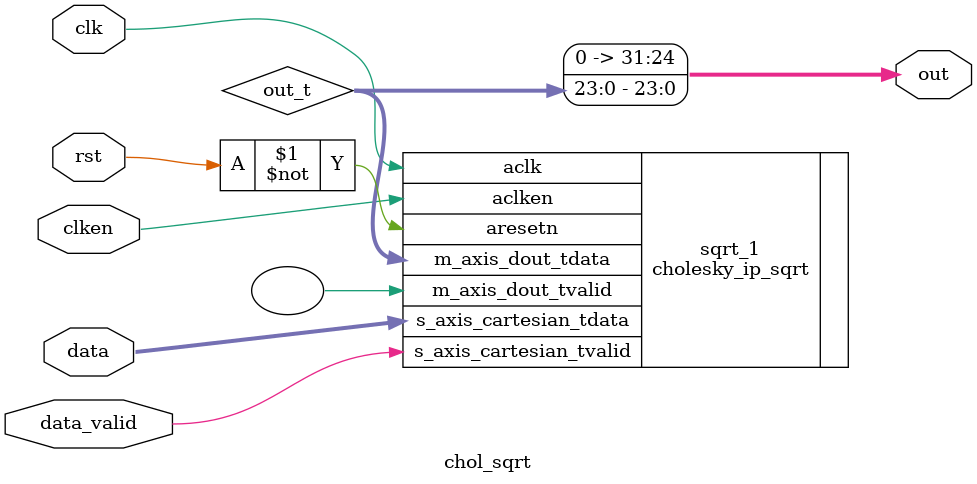
<source format=v>
`timescale 1ns / 1ps

module chol_sqrt (
    input wire           clk,
    input wire           clken,
    input wire           rst,
    input wire           data_valid,
    input wire  [31 : 0] data,
    output wire [31 : 0] out
    );

    wire [23 : 0] out_t;

    cholesky_ip_sqrt sqrt_1 (
        .aclk                    (clk),
        .aclken                  (clken),
        .aresetn                 (~rst),
        .s_axis_cartesian_tvalid (data_valid),
        .s_axis_cartesian_tdata  (data),
        .m_axis_dout_tvalid      (), // Not connected, since latency is known beforehand, we know when to sample
        .m_axis_dout_tdata       (out_t)
    );
    assign out = { {8{1'b0}}, out_t };

endmodule

</source>
